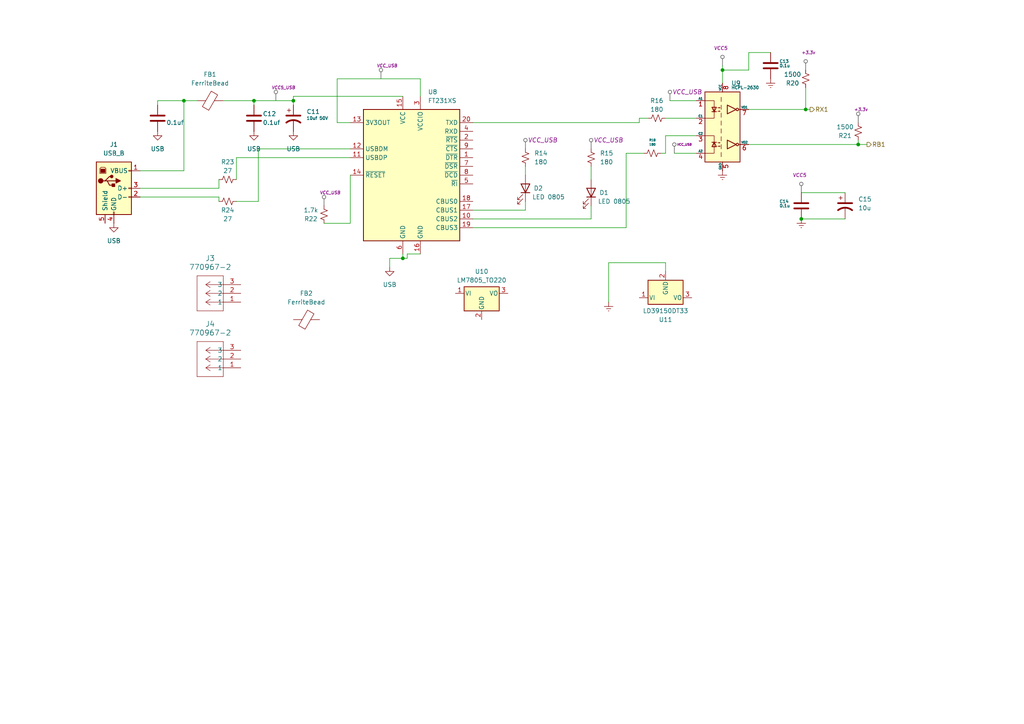
<source format=kicad_sch>
(kicad_sch (version 20231120) (generator "eeschema") (generator_version "8.0")
  (paper "A4")
  (lib_symbols
    (symbol "770967-2:770967-2" (pin_names (offset 0.254))
      (property "Reference" "J" (at 8.89 6.35 0))
      (property "Value" "770967-2" (at 0 0 0))
      (symbol "770967-2_1_1"
        (polyline (pts (xy 5.08 -7.62) (xy 12.7 -7.62)) (stroke (width 0.127)))
        (polyline (pts (xy 5.08 2.54) (xy 5.08 -7.62)) (stroke (width 0.127)))
        (polyline (pts (xy 10.16 -5.08) (xy 5.08 -5.08)) (stroke (width 0.127)))
        (polyline (pts (xy 10.16 -5.08) (xy 8.89 -5.9267)) (stroke (width 0.127)))
        (polyline (pts (xy 10.16 -5.08) (xy 8.89 -4.2333)) (stroke (width 0.127)))
        (polyline (pts (xy 10.16 -2.54) (xy 5.08 -2.54)) (stroke (width 0.127)))
        (polyline (pts (xy 10.16 -2.54) (xy 8.89 -3.3867)) (stroke (width 0.127)))
        (polyline (pts (xy 10.16 -2.54) (xy 8.89 -1.6933)) (stroke (width 0.127)))
        (polyline (pts (xy 10.16 0) (xy 5.08 0)) (stroke (width 0.127)))
        (polyline (pts (xy 10.16 0) (xy 8.89 -0.8467)) (stroke (width 0.127)))
        (polyline (pts (xy 10.16 0) (xy 8.89 0.8467)) (stroke (width 0.127)))
        (polyline (pts (xy 12.7 -7.62) (xy 12.7 2.54)) (stroke (width 0.127)))
        (polyline (pts (xy 12.7 2.54) (xy 5.08 2.54)) (stroke (width 0.127)))
        (pin unspecified line (at 0 0 0) (length 5.08) (name "1") (number "1"))
        (pin unspecified line (at 0 -2.54 0) (length 5.08) (name "2") (number "2"))
        (pin unspecified line (at 0 -5.08 0) (length 5.08) (name "3") (number "3"))
      )
      (symbol "770967-2_1_2"
        (polyline (pts (xy 5.08 -7.62) (xy 12.7 -7.62)) (stroke (width 0.127)))
        (polyline (pts (xy 5.08 2.54) (xy 5.08 -7.62)) (stroke (width 0.127)))
        (polyline (pts (xy 7.62 -5.08) (xy 5.08 -5.08)) (stroke (width 0.127)))
        (polyline (pts (xy 7.62 -5.08) (xy 8.89 -5.9267)) (stroke (width 0.127)))
        (polyline (pts (xy 7.62 -5.08) (xy 8.89 -4.2333)) (stroke (width 0.127)))
        (polyline (pts (xy 7.62 -2.54) (xy 5.08 -2.54)) (stroke (width 0.127)))
        (polyline (pts (xy 7.62 -2.54) (xy 8.89 -3.3867)) (stroke (width 0.127)))
        (polyline (pts (xy 7.62 -2.54) (xy 8.89 -1.6933)) (stroke (width 0.127)))
        (polyline (pts (xy 7.62 0) (xy 5.08 0)) (stroke (width 0.127)))
        (polyline (pts (xy 7.62 0) (xy 8.89 -0.8467)) (stroke (width 0.127)))
        (polyline (pts (xy 7.62 0) (xy 8.89 0.8467)) (stroke (width 0.127)))
        (polyline (pts (xy 12.7 -7.62) (xy 12.7 2.54)) (stroke (width 0.127)))
        (polyline (pts (xy 12.7 2.54) (xy 5.08 2.54)) (stroke (width 0.127)))
        (pin unspecified line (at 0 0 0) (length 5.08) (name "1") (number "1"))
        (pin unspecified line (at 0 -2.54 0) (length 5.08) (name "2") (number "2"))
        (pin unspecified line (at 0 -5.08 0) (length 5.08) (name "3") (number "3"))
      )
    )
    (symbol "Connector:USB_B" (pin_names (offset 1.016))
      (property "Reference" "J" (at -5.08 11.43 0))
      (property "Value" "USB_B" (at -5.08 8.89 0))
      (symbol "USB_B_0_1"
        (rectangle (start -5.08 -7.62) (end 5.08 7.62) (stroke (width 0.254)) (fill (type background)))
        (circle (center -3.81 2.159) (radius 0.635) (stroke (width 0.254)) (fill (type outline)))
        (rectangle (start -3.81 5.588) (end -2.54 4.572) (fill (type outline)))
        (circle (center -0.635 3.429) (radius 0.381) (stroke (width 0.254)) (fill (type outline)))
        (rectangle (start -0.127 -7.62) (end 0.127 -6.858))
        (polyline (pts (xy -1.905 2.159) (xy 0.635 2.159)) (stroke (width 0.254)))
        (polyline (pts (xy -3.175 2.159) (xy -2.54 2.159) (xy -1.27 3.429) (xy -0.635 3.429)) (stroke (width 0.254)))
        (polyline (pts (xy -2.54 2.159) (xy -1.905 2.159) (xy -1.27 0.889) (xy 0 0.889)) (stroke (width 0.254)))
        (polyline (pts (xy 0.635 2.794) (xy 0.635 1.524) (xy 1.905 2.159) (xy 0.635 2.794)) (stroke (width 0.254)) (fill (type outline)))
        (polyline (pts (xy -4.064 4.318) (xy -2.286 4.318) (xy -2.286 5.715) (xy -2.667 6.096) (xy -3.683 6.096) (xy -4.064 5.715) (xy -4.064 4.318)))
        (rectangle (start 0.254 1.27) (end -0.508 0.508) (stroke (width 0.254)) (fill (type outline)))
        (rectangle (start 5.08 -2.667) (end 4.318 -2.413))
        (rectangle (start 5.08 -0.127) (end 4.318 0.127))
        (rectangle (start 5.08 4.953) (end 4.318 5.207))
      )
      (symbol "USB_B_1_1"
        (pin power_out line (at 7.62 5.08 180) (length 2.54) (name "VBUS") (number "1"))
        (pin bidirectional line (at 7.62 -2.54 180) (length 2.54) (name "D-") (number "2"))
        (pin bidirectional line (at 7.62 0 180) (length 2.54) (name "D+") (number "3"))
        (pin power_out line (at 0 -10.16 90) (length 2.54) (name "GND") (number "4"))
        (pin passive line (at -2.54 -10.16 90) (length 2.54) (name "Shield") (number "5"))
      )
    )
    (symbol "Device:C" (pin_numbers hide) (pin_names (offset 0.254))
      (property "Reference" "C" (at 0.635 2.54 0))
      (property "Value" "C" (at 0.635 -2.54 0))
      (symbol "C_0_1"
        (polyline (pts (xy -2.032 -0.762) (xy 2.032 -0.762)) (stroke (width 0.508)))
        (polyline (pts (xy -2.032 0.762) (xy 2.032 0.762)) (stroke (width 0.508)))
      )
      (symbol "C_1_1"
        (pin passive line (at 0 3.81 270) (length 2.794) (name "~") (number "1"))
        (pin passive line (at 0 -3.81 90) (length 2.794) (name "~") (number "2"))
      )
    )
    (symbol "Device:C_Polarized_US" (pin_numbers hide) (pin_names (offset 0.254) hide)
      (property "Reference" "C" (at 0.635 2.54 0))
      (property "Value" "C_Polarized_US" (at 0.635 -2.54 0))
      (symbol "C_Polarized_US_0_1"
        (polyline (pts (xy -2.032 0.762) (xy 2.032 0.762)) (stroke (width 0.508)))
        (polyline (pts (xy -1.778 2.286) (xy -0.762 2.286)))
        (polyline (pts (xy -1.27 1.778) (xy -1.27 2.794)))
        (arc (start 2.032 -1.27) (mid 0 -0.5572) (end -2.032 -1.27) (stroke (width 0.508)))
      )
      (symbol "C_Polarized_US_1_1"
        (pin passive line (at 0 3.81 270) (length 2.794) (name "~") (number "1"))
        (pin passive line (at 0 -3.81 90) (length 3.302) (name "~") (number "2"))
      )
    )
    (symbol "Device:FerriteBead" (pin_numbers hide) (pin_names (offset 0))
      (property "Reference" "FB" (at -3.81 0.635 90))
      (property "Value" "FerriteBead" (at 3.81 0 90))
      (symbol "FerriteBead_0_1"
        (polyline (pts (xy 0 -1.27) (xy 0 -1.2192)))
        (polyline (pts (xy 0 1.27) (xy 0 1.2954)))
        (polyline (pts (xy -2.7686 0.4064) (xy -1.7018 2.2606) (xy 2.7686 -0.3048) (xy 1.6764 -2.159) (xy -2.7686 0.4064)))
      )
      (symbol "FerriteBead_1_1"
        (pin passive line (at 0 3.81 270) (length 2.54) (name "~") (number "1"))
        (pin passive line (at 0 -3.81 90) (length 2.54) (name "~") (number "2"))
      )
    )
    (symbol "Device:R_Small_US" (pin_numbers hide) (pin_names (offset 0.254) hide)
      (property "Reference" "R" (at 0.762 0.508 0))
      (property "Value" "R_Small_US" (at 0.762 -1.016 0))
      (symbol "R_Small_US_1_1"
        (polyline (pts (xy 0 0) (xy 1.016 -0.381) (xy 0 -0.762) (xy -1.016 -1.143) (xy 0 -1.524)))
        (polyline (pts (xy 0 1.524) (xy 1.016 1.143) (xy 0 0.762) (xy -1.016 0.381) (xy 0 0)))
        (pin passive line (at 0 2.54 270) (length 1.016) (name "~") (number "1"))
        (pin passive line (at 0 -2.54 90) (length 1.016) (name "~") (number "2"))
      )
    )
    (symbol "Interface_USB:FT231XS"
      (property "Reference" "U" (at -13.97 20.32 0))
      (property "Value" "FT231XS" (at 7.62 20.32 0))
      (symbol "FT231XS_0_1"
        (rectangle (start -13.97 19.05) (end 13.97 -19.05) (stroke (width 0.254)) (fill (type background)))
      )
      (symbol "FT231XS_1_1"
        (pin output line (at 17.78 5.08 180) (length 3.81) (name "~{DTR}") (number "1"))
        (pin bidirectional line (at 17.78 -12.7 180) (length 3.81) (name "CBUS2") (number "10"))
        (pin bidirectional line (at -17.78 5.08 0) (length 3.81) (name "USBDP") (number "11"))
        (pin bidirectional line (at -17.78 7.62 0) (length 3.81) (name "USBDM") (number "12"))
        (pin power_out line (at -17.78 15.24 0) (length 3.81) (name "3V3OUT") (number "13"))
        (pin input line (at -17.78 0 0) (length 3.81) (name "~{RESET}") (number "14"))
        (pin power_in line (at -2.54 22.86 270) (length 3.81) (name "VCC") (number "15"))
        (pin power_in line (at 2.54 -22.86 90) (length 3.81) (name "GND") (number "16"))
        (pin bidirectional line (at 17.78 -10.16 180) (length 3.81) (name "CBUS1") (number "17"))
        (pin bidirectional line (at 17.78 -7.62 180) (length 3.81) (name "CBUS0") (number "18"))
        (pin bidirectional line (at 17.78 -15.24 180) (length 3.81) (name "CBUS3") (number "19"))
        (pin output line (at 17.78 10.16 180) (length 3.81) (name "~{RTS}") (number "2"))
        (pin output line (at 17.78 15.24 180) (length 3.81) (name "TXD") (number "20"))
        (pin power_in line (at 2.54 22.86 270) (length 3.81) (name "VCCIO") (number "3"))
        (pin input line (at 17.78 12.7 180) (length 3.81) (name "RXD") (number "4"))
        (pin input line (at 17.78 -2.54 180) (length 3.81) (name "~{RI}") (number "5"))
        (pin power_in line (at -2.54 -22.86 90) (length 3.81) (name "GND") (number "6"))
        (pin input line (at 17.78 2.54 180) (length 3.81) (name "~{DSR}") (number "7"))
        (pin input line (at 17.78 0 180) (length 3.81) (name "~{DCD}") (number "8"))
        (pin input line (at 17.78 7.62 180) (length 3.81) (name "~{CTS}") (number "9"))
      )
    )
    (symbol "Isolator:HCPL-2630" (pin_names (offset 0))
      (property "Reference" "U" (at -4.064 11.43 0))
      (property "Value" "HCPL-2630" (at 7.62 11.43 0))
      (symbol "HCPL-2630_1_1"
        (rectangle (start -5.08 10.16) (end 5.08 -10.16) (stroke (width 0.254)) (fill (type background)))
        (polyline (pts (xy -3.048 -4.445) (xy -1.778 -4.445)) (stroke (width 0.254)))
        (polyline (pts (xy -3.048 4.445) (xy -1.778 4.445)) (stroke (width 0.254)))
        (polyline (pts (xy -0.381 -7.366) (xy -0.381 -8.636)))
        (polyline (pts (xy -0.381 -5.08) (xy -0.381 -6.35)))
        (polyline (pts (xy -0.381 -2.794) (xy -0.381 -4.064)))
        (polyline (pts (xy -0.381 -0.508) (xy -0.381 -1.778)))
        (polyline (pts (xy -0.381 1.778) (xy -0.381 0.508)))
        (polyline (pts (xy -0.381 4.064) (xy -0.381 2.794)))
        (polyline (pts (xy -0.381 6.35) (xy -0.381 5.08)))
        (polyline (pts (xy -0.381 8.636) (xy -0.381 7.366)))
        (polyline (pts (xy 4.699 -5.08) (xy 5.207 -5.08)))
        (polyline (pts (xy 4.699 5.08) (xy 5.08 5.08)))
        (polyline (pts (xy -4.953 -7.62) (xy -2.413 -7.62) (xy -2.413 -5.715)))
        (polyline (pts (xy -4.953 7.62) (xy -2.413 7.62) (xy -2.413 4.318)))
        (polyline (pts (xy -2.413 -5.842) (xy -2.413 -2.54) (xy -4.953 -2.54)))
        (polyline (pts (xy -2.413 4.445) (xy -2.413 2.54) (xy -4.953 2.54)))
        (polyline (pts (xy -2.413 -4.445) (xy -3.048 -5.715) (xy -1.778 -5.715) (xy -2.413 -4.445)) (stroke (width 0.254)))
        (polyline (pts (xy -2.413 4.445) (xy -3.048 5.715) (xy -1.778 5.715) (xy -2.413 4.445)) (stroke (width 0.254)))
        (polyline (pts (xy 3.937 -5.08) (xy 1.397 -3.81) (xy 1.397 -6.35) (xy 3.937 -5.08)) (stroke (width 0.254)))
        (polyline (pts (xy 3.937 5.08) (xy 1.397 6.35) (xy 1.397 3.81) (xy 3.937 5.08)) (stroke (width 0.254)))
        (polyline (pts (xy -1.397 -5.588) (xy -0.635 -5.588) (xy -1.016 -5.715) (xy -1.016 -5.461) (xy -0.635 -5.588)) (stroke (width 0.127)))
        (polyline (pts (xy -1.397 -4.572) (xy -0.635 -4.572) (xy -1.016 -4.699) (xy -1.016 -4.445) (xy -0.635 -4.572)) (stroke (width 0.127)))
        (polyline (pts (xy -1.397 4.572) (xy -0.635 4.572) (xy -1.016 4.445) (xy -1.016 4.699) (xy -0.635 4.572)) (stroke (width 0.127)))
        (polyline (pts (xy -1.397 5.588) (xy -0.635 5.588) (xy -1.016 5.461) (xy -1.016 5.715) (xy -0.635 5.588)) (stroke (width 0.127)))
        (circle (center 4.318 -5.08) (radius 0.3556) (stroke (width 0.254)))
        (circle (center 4.318 5.08) (radius 0.3556) (stroke (width 0.254)))
        (pin passive line (at -7.62 7.62 0) (length 2.54) (name "A1") (number "1"))
        (pin passive line (at -7.62 2.54 0) (length 2.54) (name "C1") (number "2"))
        (pin passive line (at -7.62 -2.54 0) (length 2.54) (name "C2") (number "3"))
        (pin passive line (at -7.62 -7.62 0) (length 2.54) (name "A2") (number "4"))
        (pin power_in line (at 0 -12.7 90) (length 2.54) (name "GND") (number "5"))
        (pin open_collector line (at 7.62 -5.08 180) (length 2.54) (name "VO2") (number "6"))
        (pin open_collector line (at 7.62 5.08 180) (length 2.54) (name "VO1") (number "7"))
        (pin power_in line (at 0 12.7 270) (length 2.54) (name "VCC") (number "8"))
      )
    )
    (symbol "LED:IR26-21C_L110_TR8" (pin_numbers hide) (pin_names (offset 1.016) hide)
      (property "Reference" "D" (at 0 2.54 0))
      (property "Value" "IR26-21C_L110_TR8" (at 0 -3.81 0))
      (symbol "IR26-21C_L110_TR8_0_1"
        (polyline (pts (xy -1.27 -1.27) (xy -1.27 1.27)) (stroke (width 0.254)))
        (polyline (pts (xy -1.27 0) (xy 1.27 0)))
        (polyline (pts (xy 1.27 -1.27) (xy 1.27 1.27) (xy -1.27 0) (xy 1.27 -1.27)) (stroke (width 0.254)))
        (polyline (pts (xy -3.048 -0.762) (xy -4.572 -2.286) (xy -3.81 -2.286) (xy -4.572 -2.286) (xy -4.572 -1.524)))
        (polyline (pts (xy -1.778 -0.762) (xy -3.302 -2.286) (xy -2.54 -2.286) (xy -3.302 -2.286) (xy -3.302 -1.524)))
      )
      (symbol "IR26-21C_L110_TR8_1_1"
        (pin passive line (at -3.81 0 0) (length 2.54) (name "K") (number "1"))
        (pin passive line (at 3.81 0 180) (length 2.54) (name "A") (number "2"))
      )
    )
    (symbol "Regulator_Linear:LD39150DT33" (pin_names (offset 0.254))
      (property "Reference" "U" (at -3.81 3.175 0))
      (property "Value" "LD39150DT33" (at 0 3.175 0))
      (symbol "LD39150DT33_0_1"
        (rectangle (start -5.08 -5.08) (end 5.08 1.905) (stroke (width 0.254)) (fill (type background)))
      )
      (symbol "LD39150DT33_1_1"
        (pin power_in line (at -7.62 0 0) (length 2.54) (name "VI") (number "1"))
        (pin power_in line (at 0 -7.62 90) (length 2.54) (name "GND") (number "2"))
        (pin power_out line (at 7.62 0 180) (length 2.54) (name "VO") (number "3"))
      )
    )
    (symbol "Regulator_Linear:LM7805_TO220" (pin_names (offset 0.254))
      (property "Reference" "U" (at -3.81 3.175 0))
      (property "Value" "LM7805_TO220" (at 0 3.175 0))
      (symbol "LM7805_TO220_0_1"
        (rectangle (start -5.08 1.905) (end 5.08 -5.08) (stroke (width 0.254)) (fill (type background)))
      )
      (symbol "LM7805_TO220_1_1"
        (pin power_in line (at -7.62 0 0) (length 2.54) (name "VI") (number "1"))
        (pin power_in line (at 0 -7.62 90) (length 2.54) (name "GND") (number "2"))
        (pin power_out line (at 7.62 0 180) (length 2.54) (name "VO") (number "3"))
      )
    )
    (symbol "power:Earth" (power) (pin_numbers hide) (pin_names (offset 0) hide)
      (property "Value" "Earth" (at 0 -3.81 0))
      (symbol "Earth_0_1"
        (polyline (pts (xy -0.635 -1.905) (xy 0.635 -1.905)))
        (polyline (pts (xy -0.127 -2.54) (xy 0.127 -2.54)))
        (polyline (pts (xy 0 -1.27) (xy 0 0)))
        (polyline (pts (xy 1.27 -1.27) (xy -1.27 -1.27)))
      )
      (symbol "Earth_1_1"
        (pin power_in line (at 0 0 270) (length 0) (name "~") (number "1"))
      )
    )
    (symbol "power:GND" (power) (pin_numbers hide) (pin_names (offset 0) hide)
      (property "Value" "GND" (at 0 -3.81 0))
      (symbol "GND_0_1"
        (polyline (pts (xy 0 0) (xy 0 -1.27) (xy 1.27 -1.27) (xy 0 -2.54) (xy -1.27 -1.27) (xy 0 -1.27)))
      )
      (symbol "GND_1_1"
        (pin power_in line (at 0 0 270) (length 0) (name "~") (number "1"))
      )
    )
  )
  (junction (at 248.92 41.91))
  (junction (at 85.09 29.21))
  (junction (at 73.66 29.21))
  (junction (at 116.84 74.93))
  (junction (at 209.55 20.32))
  (junction (at 53.34 29.21))
  (junction (at 232.41 63.5))
  (junction (at 233.68 31.75))
  (wire (pts (xy 118.11 73.66) (xy 118.11 74.93)))
  (wire (pts (xy 63.5 57.15) (xy 63.5 58.42)))
  (wire (pts (xy 232.41 55.88) (xy 245.11 55.88)))
  (wire (pts (xy 53.34 49.53) (xy 53.34 29.21)))
  (wire (pts (xy 232.41 63.5) (xy 245.11 63.5)))
  (wire (pts (xy 68.58 58.42) (xy 74.93 58.42)))
  (wire (pts (xy 195.58 44.45) (xy 201.93 44.45)))
  (wire (pts (xy 73.66 29.21) (xy 85.09 29.21)))
  (wire (pts (xy 181.61 44.45) (xy 181.61 66.04)))
  (wire (pts (xy 233.68 31.75) (xy 233.68 25.4)))
  (wire (pts (xy 209.55 20.32) (xy 209.55 24.13)))
  (wire (pts (xy 193.04 76.2) (xy 193.04 78.74)))
  (wire (pts (xy 97.79 35.56) (xy 101.6 35.56)))
  (wire (pts (xy 85.09 29.21) (xy 85.09 30.48)))
  (wire (pts (xy 152.4 58.42) (xy 152.4 60.96)))
  (wire (pts (xy 185.42 35.56) (xy 185.42 34.29)))
  (wire (pts (xy 193.04 39.37) (xy 201.93 39.37)))
  (wire (pts (xy 116.84 73.66) (xy 116.84 74.93)))
  (wire (pts (xy 217.17 31.75) (xy 233.68 31.75)))
  (wire (pts (xy 194.31 29.21) (xy 201.93 29.21)))
  (wire (pts (xy 40.64 49.53) (xy 53.34 49.53)))
  (wire (pts (xy 118.11 73.66) (xy 121.92 73.66)))
  (wire (pts (xy 113.03 74.93) (xy 116.84 74.93)))
  (wire (pts (xy 113.03 77.47) (xy 113.03 74.93)))
  (wire (pts (xy 53.34 29.21) (xy 45.72 29.21)))
  (wire (pts (xy 187.96 34.29) (xy 185.42 34.29)))
  (wire (pts (xy 97.79 22.86) (xy 97.79 35.56)))
  (wire (pts (xy 193.04 44.45) (xy 193.04 39.37)))
  (wire (pts (xy 217.17 41.91) (xy 248.92 41.91)))
  (wire (pts (xy 101.6 64.77) (xy 101.6 50.8)))
  (wire (pts (xy 118.11 74.93) (xy 116.84 74.93)))
  (wire (pts (xy 193.04 34.29) (xy 201.93 34.29)))
  (wire (pts (xy 233.68 31.75) (xy 234.95 31.75)))
  (wire (pts (xy 248.92 41.91) (xy 248.92 40.64)))
  (wire (pts (xy 85.09 27.94) (xy 85.09 29.21)))
  (wire (pts (xy 181.61 66.04) (xy 137.16 66.04)))
  (wire (pts (xy 186.69 44.45) (xy 181.61 44.45)))
  (wire (pts (xy 116.84 27.94) (xy 85.09 27.94)))
  (wire (pts (xy 176.53 76.2) (xy 193.04 76.2)))
  (wire (pts (xy 185.42 35.56) (xy 137.16 35.56)))
  (wire (pts (xy 68.58 52.07) (xy 68.58 45.72)))
  (wire (pts (xy 176.53 87.63) (xy 176.53 76.2)))
  (wire (pts (xy 74.93 58.42) (xy 74.93 43.18)))
  (wire (pts (xy 57.15 29.21) (xy 53.34 29.21)))
  (wire (pts (xy 74.93 43.18) (xy 101.6 43.18)))
  (wire (pts (xy 45.72 29.21) (xy 45.72 30.48)))
  (wire (pts (xy 40.64 54.61) (xy 63.5 54.61)))
  (wire (pts (xy 152.4 48.26) (xy 152.4 50.8)))
  (wire (pts (xy 63.5 54.61) (xy 63.5 52.07)))
  (wire (pts (xy 171.45 48.26) (xy 171.45 52.07)))
  (wire (pts (xy 152.4 60.96) (xy 137.16 60.96)))
  (wire (pts (xy 73.66 30.48) (xy 73.66 29.21)))
  (wire (pts (xy 121.92 27.94) (xy 121.92 22.86)))
  (wire (pts (xy 209.55 19.05) (xy 209.55 20.32)))
  (wire (pts (xy 217.17 20.32) (xy 209.55 20.32)))
  (wire (pts (xy 191.77 44.45) (xy 193.04 44.45)))
  (wire (pts (xy 223.52 15.24) (xy 217.17 15.24)))
  (wire (pts (xy 64.77 29.21) (xy 73.66 29.21)))
  (wire (pts (xy 93.98 64.77) (xy 101.6 64.77)))
  (wire (pts (xy 248.92 41.91) (xy 251.46 41.91)))
  (wire (pts (xy 171.45 59.69) (xy 171.45 63.5)))
  (wire (pts (xy 217.17 15.24) (xy 217.17 20.32)))
  (wire (pts (xy 40.64 57.15) (xy 63.5 57.15)))
  (wire (pts (xy 68.58 45.72) (xy 101.6 45.72)))
  (wire (pts (xy 121.92 22.86) (xy 97.79 22.86)))
  (wire (pts (xy 171.45 63.5) (xy 137.16 63.5)))
  (hierarchical_label "RX1" (shape output) (at 234.95 31.75 0))
  (hierarchical_label "RB1" (shape output) (at 251.46 41.91 0))
  (netclass_flag "" (length 2.54) (shape round) (at 233.68 20.32 0) (property "Netclass" "+3.3v" (at 232.41 15.24 0) (effects (font (size 0.889 0.889) (italic yes)) (justify left))))
  (netclass_flag "" (length 2.54) (shape round) (at 93.98 59.69 0) (property "Netclass" "VCC_USB" (at 92.71 55.88 0) (effects (font (size 0.889 0.889) (italic yes)) (justify left))))
  (netclass_flag "" (length 2.54) (shape round) (at 152.4 43.18 0) (property "Netclass" "VCC_USB" (at 153.0985 40.64 0) (effects (font (italic yes)) (justify left))))
  (netclass_flag "" (length 2.54) (shape round) (at 80.01 29.21 0) (property "Netclass" "VCC5_USB" (at 78.74 25.4 0) (effects (font (size 0.889 0.889) (italic yes)) (justify left))))
  (netclass_flag "" (length 2.54) (shape round) (at 171.45 43.18 0) (property "Netclass" "VCC_USB" (at 172.1485 40.64 0) (effects (font (italic yes)) (justify left))))
  (netclass_flag "" (length 2.54) (shape round) (at 248.92 35.56 0) (property "Netclass" "+3.3v" (at 247.65 31.75 0) (effects (font (size 0.889 0.889) (italic yes)) (justify left))))
  (netclass_flag "" (length 2.54) (shape round) (at 110.49 22.86 0) (property "Netclass" "VCC_USB" (at 109.22 19.05 0) (effects (font (size 0.889 0.889) (italic yes)) (justify left))))
  (netclass_flag "" (length 2.54) (shape round) (at 195.58 44.45 0) (property "Netclass" "VCC_USB" (at 196.2785 41.91 0) (effects (font (size 0.635 0.635) (italic yes)) (justify left))))
  (netclass_flag "" (length 2.54) (shape round) (at 194.31 29.21 0) (property "Netclass" "VCC_USB" (at 195.0085 26.67 0) (effects (font (italic yes)) (justify left))))
  (netclass_flag "" (length 2.54) (shape round) (at 209.55 19.05 0) (property "Netclass" "VCC5" (at 207.01 13.97 0) (effects (font (size 1.016 1.016) (italic yes)) (justify left))))
  (netclass_flag "" (length 2.54) (shape round) (at 232.41 55.88 0) (property "Netclass" "VCC5" (at 229.87 50.8 0) (effects (font (size 1.016 1.016) (italic yes)) (justify left))))
  (symbol (lib_id "770967-2:770967-2") (at 69.85 106.68 180) (unit 1)
    (property "Reference" "J4" (at 60.96 93.98 0) (effects (font (size 1.524 1.524))))
    (property "Value" "770967-2" (at 60.96 96.52 0) (effects (font (size 1.524 1.524))))
    (property "Footprint" "footprints:CONN3_770967-2_TEC" (effects (hide yes)))
    (property "Datasheet" "770967-2" (effects (hide yes)))
  )
  (symbol (lib_id "Connector:USB_B") (at 33.02 54.61 0) (unit 1)
    (property "Reference" "J1" (at 33.02 41.91 0))
    (property "Value" "USB_B" (at 33.02 44.45 0))
    (property "Description" "USB Type B connector" (effects (hide yes)))
  )
  (symbol (lib_id "power:GND") (at 33.02 64.77 0) (unit 1)
    (property "Reference" "#PWR034" (effects (hide yes)))
    (property "Value" "USB" (at 33.02 69.85 0))
    (property "Description" "Power symbol creates a global label with name \"GND\" , ground" (effects (hide yes)))
  )
  (symbol (lib_id "Regulator_Linear:LD39150DT33") (at 193.04 86.36 0) (mirror x) (unit 1)
    (property "Reference" "U11" (at 193.04 92.71 0))
    (property "Value" "LD39150DT33" (at 193.04 90.17 0))
    (property "Footprint" "Package_TO_SOT_SMD:TO-252-3_TabPin2" (effects (hide yes)))
    (property "Datasheet" "https://www.st.com/resource/en/datasheet/ld39150.pdf" (effects (hide yes)))
    (property "Description" "1.5A Ultra Low Dropout regulator, positive, 3.3V fixed output, TO-252" (effects (hide yes)))
  )
  (symbol (lib_id "Device:FerriteBead") (at 60.96 29.21 90) (unit 1)
    (property "Reference" "FB1" (at 60.9092 21.59 90))
    (property "Value" "FerriteBead" (at 60.9092 24.13 90))
    (property "Description" "Ferrite bead" (effects (hide yes)))
  )
  (symbol (lib_id "power:GND") (at 45.72 38.1 0) (unit 1)
    (property "Reference" "#PWR033" (effects (hide yes)))
    (property "Value" "USB" (at 45.72 43.18 0))
    (property "Description" "Power symbol creates a global label with name \"GND\" , ground" (effects (hide yes)))
  )
  (symbol (lib_id "power:GND") (at 85.09 38.1 0) (unit 1)
    (property "Reference" "#PWR026" (effects (hide yes)))
    (property "Value" "USB" (at 85.09 43.18 0))
    (property "Description" "Power symbol creates a global label with name \"GND\" , ground" (effects (hide yes)))
  )
  (symbol (lib_id "power:GND") (at 73.66 38.1 0) (unit 1)
    (property "Reference" "#PWR031" (effects (hide yes)))
    (property "Value" "USB" (at 73.66 43.18 0))
    (property "Description" "Power symbol creates a global label with name \"GND\" , ground" (effects (hide yes)))
  )
  (symbol (lib_id "power:Earth") (at 209.55 49.53 0) (unit 1)
    (property "Reference" "#PWR029" (effects (hide yes)))
    (property "Value" "Earth" (effects (hide yes)))
    (property "Description" "Power symbol creates a global label with name \"Earth\"" (effects (hide yes)))
  )
  (symbol (lib_id "770967-2:770967-2") (at 69.85 87.63 180) (unit 1)
    (property "Reference" "J3" (at 60.96 74.93 0) (effects (font (size 1.524 1.524))))
    (property "Value" "770967-2" (at 60.96 77.47 0) (effects (font (size 1.524 1.524))))
    (property "Footprint" "footprints:CONN3_770967-2_TEC" (effects (hide yes)))
    (property "Datasheet" "770967-2" (effects (hide yes)))
  )
  (symbol (lib_id "Device:FerriteBead") (at 88.9 92.71 90) (unit 1)
    (property "Reference" "FB2" (at 88.8492 85.09 90))
    (property "Value" "FerriteBead" (at 88.8492 87.63 90))
    (property "Description" "Ferrite bead" (effects (hide yes)))
  )
  (symbol (lib_id "Device:R_Small_US") (at 248.92 38.1 180) (unit 1)
    (property "Reference" "R21" (at 245.11 39.37 0))
    (property "Value" "1500" (at 245.11 36.83 0))
    (property "Description" "Resistor, small US symbol" (effects (hide yes)))
  )
  (symbol (lib_id "Device:R_Small_US") (at 171.45 45.72 0) (unit 1)
    (property "Reference" "R15" (at 173.99 44.4499 0) (effects (justify left)))
    (property "Value" "180" (at 173.99 46.9899 0) (effects (justify left)))
    (property "Description" "Resistor, small US symbol" (effects (hide yes)))
  )
  (symbol (lib_id "Device:C_Polarized_US") (at 85.09 34.29 0) (unit 1)
    (property "Reference" "C11" (at 88.9 32.3849 0) (effects (justify left)))
    (property "Value" "10uf 50V" (at 88.9 34.29 0) (effects (font (size 0.889 0.889)) (justify left)))
    (property "Description" "Polarized capacitor, US symbol" (effects (hide yes)))
  )
  (symbol (lib_id "Device:R_Small_US") (at 93.98 62.23 180) (unit 1)
    (property "Reference" "R22" (at 90.17 63.5 0))
    (property "Value" "1.7k" (at 90.17 60.96 0))
    (property "Description" "Resistor, small US symbol" (effects (hide yes)))
  )
  (symbol (lib_id "Device:C") (at 232.41 59.69 0) (unit 1)
    (property "Reference" "C14" (at 226.06 58.42 0) (effects (font (size 0.889 0.889)) (justify left)))
    (property "Value" "0.1u" (at 226.06 59.69 0) (effects (font (size 0.889 0.889)) (justify left)))
    (property "Description" "Unpolarized capacitor" (effects (hide yes)))
  )
  (symbol (lib_id "Device:C") (at 223.52 19.05 0) (unit 1)
    (property "Reference" "C13" (at 226.06 17.78 0) (effects (font (size 0.889 0.889)) (justify left)))
    (property "Value" "0.1u" (at 226.06 19.05 0) (effects (font (size 0.889 0.889)) (justify left)))
    (property "Description" "Unpolarized capacitor" (effects (hide yes)))
  )
  (symbol (lib_id "Device:R_Small_US") (at 189.23 44.45 90) (unit 1)
    (property "Reference" "R18" (at 189.23 40.64 90) (effects (font (size 0.635 0.635))))
    (property "Value" "180" (at 189.23 41.91 90) (effects (font (size 0.635 0.635))))
    (property "Description" "Resistor, small US symbol" (effects (hide yes)))
  )
  (symbol (lib_id "Device:C") (at 73.66 34.29 0) (unit 1)
    (property "Reference" "C12" (at 76.2 33.02 0) (effects (justify left)))
    (property "Value" "0.1uf" (at 76.2 35.56 0) (effects (justify left)))
    (property "Description" "Unpolarized capacitor" (effects (hide yes)))
  )
  (symbol (lib_id "power:Earth") (at 232.41 63.5 0) (unit 1)
    (property "Reference" "#PWR030" (effects (hide yes)))
    (property "Value" "Earth" (effects (hide yes)))
    (property "Description" "Power symbol creates a global label with name \"Earth\"" (effects (hide yes)))
  )
  (symbol (lib_id "LED:IR26-21C_L110_TR8") (at 171.45 55.88 270) (mirror x) (unit 1)
    (property "Reference" "D1" (at 176.53 55.88 90) (effects (justify right)))
    (property "Value" "LED 0805" (at 182.88 58.42 90) (effects (justify right)))
    (property "Footprint" "LED_SMD:LED_1206_3216Metric_Pad1.42x1.75mm_HandSolder" (effects (hide yes)))
    (property "Datasheet" "http://www.everlight.com/file/ProductFile/IR26-21C-L110-TR8.pdf" (effects (hide yes)))
    (property "Description" "940nm, 20 deg, Infrared LED, 1206" (effects (hide yes)))
  )
  (symbol (lib_id "Regulator_Linear:LM7805_TO220") (at 139.7 85.09 0) (unit 1)
    (property "Reference" "U10" (at 139.7 78.74 0))
    (property "Value" "LM7805_TO220" (at 139.7 81.28 0))
    (property "Footprint" "Package_TO_SOT_THT:TO-220-3_Vertical" (effects (hide yes)))
    (property "Datasheet" "https://www.onsemi.cn/PowerSolutions/document/MC7800-D.PDF" (effects (hide yes)))
    (property "Description" "Positive 1A 35V Linear Regulator, Fixed Output 5V, TO-220" (effects (hide yes)))
  )
  (symbol (lib_id "Isolator:HCPL-2630") (at 209.55 36.83 0) (unit 1)
    (property "Reference" "U9" (at 212.09 24.13 0) (effects (justify left)))
    (property "Value" "HCPL-2630" (at 212.09 25.4 0) (effects (font (size 0.889 0.889)) (justify left)))
    (property "Footprint" "Package_DIP:DIP-8_W7.62mm" (effects (hide yes)))
    (property "Datasheet" "https://docs.broadcom.com/docs/AV02-0940EN" (effects (hide yes)))
    (property "Description" "Dual High Speed LSTTL/TTL Compatible Optocoupler, dV/dt 5000/us, VCM 1000, max 7V VCC, DIP-8" (effects (hide yes)))
  )
  (symbol (lib_id "Device:R_Small_US") (at 66.04 52.07 270) (unit 1)
    (property "Reference" "R23" (at 66.04 46.99 90))
    (property "Value" "27" (at 66.04 49.53 90))
    (property "Description" "Resistor, small US symbol" (effects (hide yes)))
  )
  (symbol (lib_id "Interface_USB:FT231XS") (at 119.38 50.8 0) (unit 1)
    (property "Reference" "U8" (at 124.1141 26.67 0) (effects (justify left)))
    (property "Value" "FT231XS" (at 124.1141 29.21 0) (effects (justify left)))
    (property "Footprint" "Package_SO:SSOP-20_3.9x8.7mm_P0.635mm" (effects (hide yes)))
    (property "Datasheet" "https://www.ftdichip.com/Support/Documents/DataSheets/ICs/DS_FT231X.pdf" (effects (hide yes)))
    (property "Description" "Full Speed USB to Full Handshake UART, SSOP-20" (effects (hide yes)))
  )
  (symbol (lib_id "Device:R_Small_US") (at 152.4 45.72 0) (unit 1)
    (property "Reference" "R14" (at 154.94 44.4499 0) (effects (justify left)))
    (property "Value" "180" (at 154.94 46.9899 0) (effects (justify left)))
    (property "Description" "Resistor, small US symbol" (effects (hide yes)))
  )
  (symbol (lib_id "LED:IR26-21C_L110_TR8") (at 152.4 54.61 270) (mirror x) (unit 1)
    (property "Reference" "D2" (at 157.48 54.61 90) (effects (justify right)))
    (property "Value" "LED 0805" (at 163.83 57.15 90) (effects (justify right)))
    (property "Footprint" "LED_SMD:LED_1206_3216Metric_Pad1.42x1.75mm_HandSolder" (effects (hide yes)))
    (property "Datasheet" "http://www.everlight.com/file/ProductFile/IR26-21C-L110-TR8.pdf" (effects (hide yes)))
    (property "Description" "940nm, 20 deg, Infrared LED, 1206" (effects (hide yes)))
  )
  (symbol (lib_id "Device:C") (at 45.72 34.29 0) (unit 1)
    (property "Reference" "C16" (effects (hide yes)))
    (property "Value" "0.1uf" (at 48.26 35.56 0) (effects (justify left)))
    (property "Description" "Unpolarized capacitor" (effects (hide yes)))
  )
  (symbol (lib_id "power:Earth") (at 223.52 22.86 0) (unit 1)
    (property "Reference" "#PWR028" (effects (hide yes)))
    (property "Value" "Earth" (effects (hide yes)))
    (property "Description" "Power symbol creates a global label with name \"Earth\"" (effects (hide yes)))
  )
  (symbol (lib_id "Device:R_Small_US") (at 66.04 58.42 270) (unit 1)
    (property "Reference" "R24" (at 66.04 60.96 90))
    (property "Value" "27" (at 66.04 63.5 90))
    (property "Description" "Resistor, small US symbol" (effects (hide yes)))
  )
  (symbol (lib_id "power:GND") (at 113.03 77.47 0) (unit 1)
    (property "Reference" "#PWR032" (effects (hide yes)))
    (property "Value" "USB" (at 113.03 82.55 0))
    (property "Description" "Power symbol creates a global label with name \"GND\" , ground" (effects (hide yes)))
  )
  (symbol (lib_id "Device:R_Small_US") (at 233.68 22.86 180) (unit 1)
    (property "Reference" "R20" (at 229.87 24.13 0))
    (property "Value" "1500" (at 229.87 21.59 0))
    (property "Description" "Resistor, small US symbol" (effects (hide yes)))
  )
  (symbol (lib_id "power:Earth") (at 176.53 87.63 0) (unit 1)
    (property "Reference" "#PWR027" (effects (hide yes)))
    (property "Value" "Earth" (effects (hide yes)))
    (property "Description" "Power symbol creates a global label with name \"Earth\"" (effects (hide yes)))
  )
  (symbol (lib_id "Device:C_Polarized_US") (at 245.11 59.69 0) (unit 1)
    (property "Reference" "C15" (at 248.92 57.7849 0) (effects (justify left)))
    (property "Value" "10u" (at 248.92 60.3249 0) (effects (justify left)))
    (property "Description" "Polarized capacitor, US symbol" (effects (hide yes)))
  )
  (symbol (lib_id "Device:R_Small_US") (at 190.5 34.29 90) (unit 1)
    (property "Reference" "R16" (at 190.5 29.21 90))
    (property "Value" "180" (at 190.5 31.75 90))
    (property "Description" "Resistor, small US symbol" (effects (hide yes)))
  )
)
</source>
